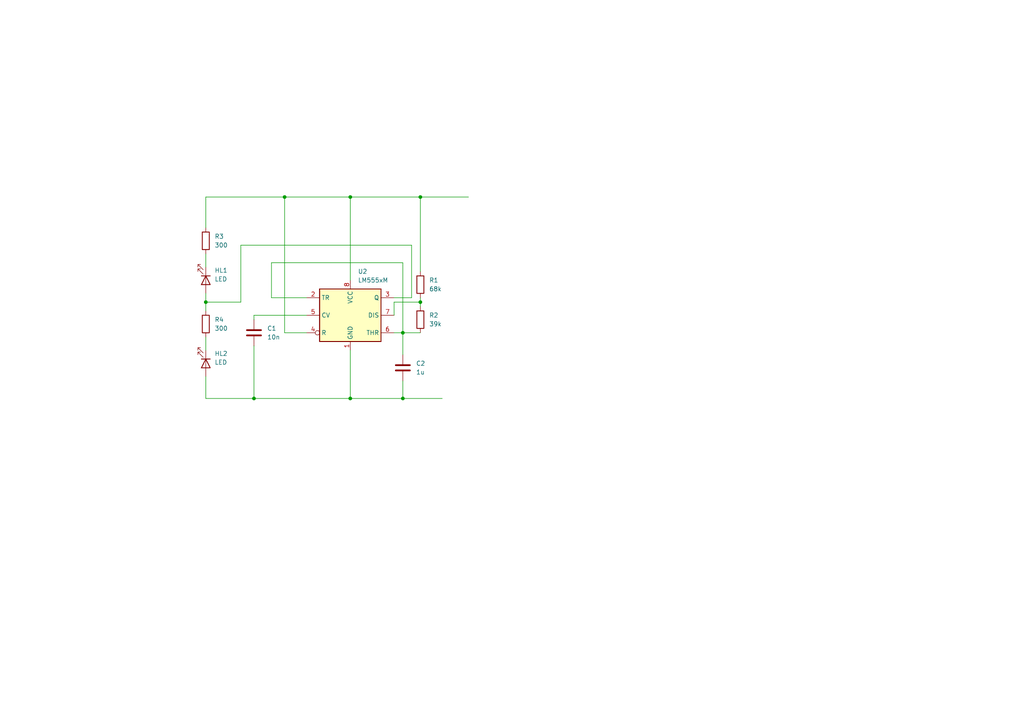
<source format=kicad_sch>
(kicad_sch
	(version 20231120)
	(generator "eeschema")
	(generator_version "8.0")
	(uuid "fb8b5384-8ba7-499b-a37a-1f1ed7e3c75d")
	(paper "A4")
	(title_block
		(title "Timer 555")
		(company "TUES")
	)
	(lib_symbols
		(symbol "Device:C"
			(pin_numbers hide)
			(pin_names
				(offset 0.254)
			)
			(exclude_from_sim no)
			(in_bom yes)
			(on_board yes)
			(property "Reference" "C"
				(at 0.635 2.54 0)
				(effects
					(font
						(size 1.27 1.27)
					)
					(justify left)
				)
			)
			(property "Value" "C"
				(at 0.635 -2.54 0)
				(effects
					(font
						(size 1.27 1.27)
					)
					(justify left)
				)
			)
			(property "Footprint" ""
				(at 0.9652 -3.81 0)
				(effects
					(font
						(size 1.27 1.27)
					)
					(hide yes)
				)
			)
			(property "Datasheet" "~"
				(at 0 0 0)
				(effects
					(font
						(size 1.27 1.27)
					)
					(hide yes)
				)
			)
			(property "Description" "Unpolarized capacitor"
				(at 0 0 0)
				(effects
					(font
						(size 1.27 1.27)
					)
					(hide yes)
				)
			)
			(property "ki_keywords" "cap capacitor"
				(at 0 0 0)
				(effects
					(font
						(size 1.27 1.27)
					)
					(hide yes)
				)
			)
			(property "ki_fp_filters" "C_*"
				(at 0 0 0)
				(effects
					(font
						(size 1.27 1.27)
					)
					(hide yes)
				)
			)
			(symbol "C_0_1"
				(polyline
					(pts
						(xy -2.032 -0.762) (xy 2.032 -0.762)
					)
					(stroke
						(width 0.508)
						(type default)
					)
					(fill
						(type none)
					)
				)
				(polyline
					(pts
						(xy -2.032 0.762) (xy 2.032 0.762)
					)
					(stroke
						(width 0.508)
						(type default)
					)
					(fill
						(type none)
					)
				)
			)
			(symbol "C_1_1"
				(pin passive line
					(at 0 3.81 270)
					(length 2.794)
					(name "~"
						(effects
							(font
								(size 1.27 1.27)
							)
						)
					)
					(number "1"
						(effects
							(font
								(size 1.27 1.27)
							)
						)
					)
				)
				(pin passive line
					(at 0 -3.81 90)
					(length 2.794)
					(name "~"
						(effects
							(font
								(size 1.27 1.27)
							)
						)
					)
					(number "2"
						(effects
							(font
								(size 1.27 1.27)
							)
						)
					)
				)
			)
		)
		(symbol "Device:LED"
			(pin_numbers hide)
			(pin_names
				(offset 1.016) hide)
			(exclude_from_sim no)
			(in_bom yes)
			(on_board yes)
			(property "Reference" "D"
				(at 0 2.54 0)
				(effects
					(font
						(size 1.27 1.27)
					)
				)
			)
			(property "Value" "LED"
				(at 0 -2.54 0)
				(effects
					(font
						(size 1.27 1.27)
					)
				)
			)
			(property "Footprint" ""
				(at 0 0 0)
				(effects
					(font
						(size 1.27 1.27)
					)
					(hide yes)
				)
			)
			(property "Datasheet" "~"
				(at 0 0 0)
				(effects
					(font
						(size 1.27 1.27)
					)
					(hide yes)
				)
			)
			(property "Description" "Light emitting diode"
				(at 0 0 0)
				(effects
					(font
						(size 1.27 1.27)
					)
					(hide yes)
				)
			)
			(property "ki_keywords" "LED diode"
				(at 0 0 0)
				(effects
					(font
						(size 1.27 1.27)
					)
					(hide yes)
				)
			)
			(property "ki_fp_filters" "LED* LED_SMD:* LED_THT:*"
				(at 0 0 0)
				(effects
					(font
						(size 1.27 1.27)
					)
					(hide yes)
				)
			)
			(symbol "LED_0_1"
				(polyline
					(pts
						(xy -1.27 -1.27) (xy -1.27 1.27)
					)
					(stroke
						(width 0.254)
						(type default)
					)
					(fill
						(type none)
					)
				)
				(polyline
					(pts
						(xy -1.27 0) (xy 1.27 0)
					)
					(stroke
						(width 0)
						(type default)
					)
					(fill
						(type none)
					)
				)
				(polyline
					(pts
						(xy 1.27 -1.27) (xy 1.27 1.27) (xy -1.27 0) (xy 1.27 -1.27)
					)
					(stroke
						(width 0.254)
						(type default)
					)
					(fill
						(type none)
					)
				)
				(polyline
					(pts
						(xy -3.048 -0.762) (xy -4.572 -2.286) (xy -3.81 -2.286) (xy -4.572 -2.286) (xy -4.572 -1.524)
					)
					(stroke
						(width 0)
						(type default)
					)
					(fill
						(type none)
					)
				)
				(polyline
					(pts
						(xy -1.778 -0.762) (xy -3.302 -2.286) (xy -2.54 -2.286) (xy -3.302 -2.286) (xy -3.302 -1.524)
					)
					(stroke
						(width 0)
						(type default)
					)
					(fill
						(type none)
					)
				)
			)
			(symbol "LED_1_1"
				(pin passive line
					(at -3.81 0 0)
					(length 2.54)
					(name "K"
						(effects
							(font
								(size 1.27 1.27)
							)
						)
					)
					(number "1"
						(effects
							(font
								(size 1.27 1.27)
							)
						)
					)
				)
				(pin passive line
					(at 3.81 0 180)
					(length 2.54)
					(name "A"
						(effects
							(font
								(size 1.27 1.27)
							)
						)
					)
					(number "2"
						(effects
							(font
								(size 1.27 1.27)
							)
						)
					)
				)
			)
		)
		(symbol "Device:R"
			(pin_numbers hide)
			(pin_names
				(offset 0)
			)
			(exclude_from_sim no)
			(in_bom yes)
			(on_board yes)
			(property "Reference" "R"
				(at 2.032 0 90)
				(effects
					(font
						(size 1.27 1.27)
					)
				)
			)
			(property "Value" "R"
				(at 0 0 90)
				(effects
					(font
						(size 1.27 1.27)
					)
				)
			)
			(property "Footprint" ""
				(at -1.778 0 90)
				(effects
					(font
						(size 1.27 1.27)
					)
					(hide yes)
				)
			)
			(property "Datasheet" "~"
				(at 0 0 0)
				(effects
					(font
						(size 1.27 1.27)
					)
					(hide yes)
				)
			)
			(property "Description" "Resistor"
				(at 0 0 0)
				(effects
					(font
						(size 1.27 1.27)
					)
					(hide yes)
				)
			)
			(property "ki_keywords" "R res resistor"
				(at 0 0 0)
				(effects
					(font
						(size 1.27 1.27)
					)
					(hide yes)
				)
			)
			(property "ki_fp_filters" "R_*"
				(at 0 0 0)
				(effects
					(font
						(size 1.27 1.27)
					)
					(hide yes)
				)
			)
			(symbol "R_0_1"
				(rectangle
					(start -1.016 -2.54)
					(end 1.016 2.54)
					(stroke
						(width 0.254)
						(type default)
					)
					(fill
						(type none)
					)
				)
			)
			(symbol "R_1_1"
				(pin passive line
					(at 0 3.81 270)
					(length 1.27)
					(name "~"
						(effects
							(font
								(size 1.27 1.27)
							)
						)
					)
					(number "1"
						(effects
							(font
								(size 1.27 1.27)
							)
						)
					)
				)
				(pin passive line
					(at 0 -3.81 90)
					(length 1.27)
					(name "~"
						(effects
							(font
								(size 1.27 1.27)
							)
						)
					)
					(number "2"
						(effects
							(font
								(size 1.27 1.27)
							)
						)
					)
				)
			)
		)
		(symbol "Timer:LM555xM"
			(exclude_from_sim no)
			(in_bom yes)
			(on_board yes)
			(property "Reference" "U"
				(at -10.16 8.89 0)
				(effects
					(font
						(size 1.27 1.27)
					)
					(justify left)
				)
			)
			(property "Value" "LM555xM"
				(at 2.54 8.89 0)
				(effects
					(font
						(size 1.27 1.27)
					)
					(justify left)
				)
			)
			(property "Footprint" "Package_SO:SOIC-8_3.9x4.9mm_P1.27mm"
				(at 21.59 -10.16 0)
				(effects
					(font
						(size 1.27 1.27)
					)
					(hide yes)
				)
			)
			(property "Datasheet" "http://www.ti.com/lit/ds/symlink/lm555.pdf"
				(at 21.59 -10.16 0)
				(effects
					(font
						(size 1.27 1.27)
					)
					(hide yes)
				)
			)
			(property "Description" "Timer, 555 compatible, SOIC-8"
				(at 0 0 0)
				(effects
					(font
						(size 1.27 1.27)
					)
					(hide yes)
				)
			)
			(property "ki_keywords" "single timer 555"
				(at 0 0 0)
				(effects
					(font
						(size 1.27 1.27)
					)
					(hide yes)
				)
			)
			(property "ki_fp_filters" "SOIC*3.9x4.9mm*P1.27mm*"
				(at 0 0 0)
				(effects
					(font
						(size 1.27 1.27)
					)
					(hide yes)
				)
			)
			(symbol "LM555xM_0_0"
				(pin power_in line
					(at 0 -10.16 90)
					(length 2.54)
					(name "GND"
						(effects
							(font
								(size 1.27 1.27)
							)
						)
					)
					(number "1"
						(effects
							(font
								(size 1.27 1.27)
							)
						)
					)
				)
				(pin power_in line
					(at 0 10.16 270)
					(length 2.54)
					(name "VCC"
						(effects
							(font
								(size 1.27 1.27)
							)
						)
					)
					(number "8"
						(effects
							(font
								(size 1.27 1.27)
							)
						)
					)
				)
			)
			(symbol "LM555xM_0_1"
				(rectangle
					(start -8.89 -7.62)
					(end 8.89 7.62)
					(stroke
						(width 0.254)
						(type default)
					)
					(fill
						(type background)
					)
				)
				(rectangle
					(start -8.89 -7.62)
					(end 8.89 7.62)
					(stroke
						(width 0.254)
						(type default)
					)
					(fill
						(type background)
					)
				)
			)
			(symbol "LM555xM_1_1"
				(pin input line
					(at -12.7 5.08 0)
					(length 3.81)
					(name "TR"
						(effects
							(font
								(size 1.27 1.27)
							)
						)
					)
					(number "2"
						(effects
							(font
								(size 1.27 1.27)
							)
						)
					)
				)
				(pin output line
					(at 12.7 5.08 180)
					(length 3.81)
					(name "Q"
						(effects
							(font
								(size 1.27 1.27)
							)
						)
					)
					(number "3"
						(effects
							(font
								(size 1.27 1.27)
							)
						)
					)
				)
				(pin input inverted
					(at -12.7 -5.08 0)
					(length 3.81)
					(name "R"
						(effects
							(font
								(size 1.27 1.27)
							)
						)
					)
					(number "4"
						(effects
							(font
								(size 1.27 1.27)
							)
						)
					)
				)
				(pin input line
					(at -12.7 0 0)
					(length 3.81)
					(name "CV"
						(effects
							(font
								(size 1.27 1.27)
							)
						)
					)
					(number "5"
						(effects
							(font
								(size 1.27 1.27)
							)
						)
					)
				)
				(pin input line
					(at 12.7 -5.08 180)
					(length 3.81)
					(name "THR"
						(effects
							(font
								(size 1.27 1.27)
							)
						)
					)
					(number "6"
						(effects
							(font
								(size 1.27 1.27)
							)
						)
					)
				)
				(pin input line
					(at 12.7 0 180)
					(length 3.81)
					(name "DIS"
						(effects
							(font
								(size 1.27 1.27)
							)
						)
					)
					(number "7"
						(effects
							(font
								(size 1.27 1.27)
							)
						)
					)
				)
			)
		)
	)
	(junction
		(at 116.84 115.57)
		(diameter 0)
		(color 0 0 0 0)
		(uuid "2465ad45-ec24-4506-9345-0e76f82badc6")
	)
	(junction
		(at 73.66 115.57)
		(diameter 0)
		(color 0 0 0 0)
		(uuid "29722cf1-4bdc-4e3e-b87b-71ae382f2c8c")
	)
	(junction
		(at 121.92 87.63)
		(diameter 0)
		(color 0 0 0 0)
		(uuid "4c0c5ffa-0b72-45cf-b99e-dc02c9d1f0dc")
	)
	(junction
		(at 101.6 115.57)
		(diameter 0)
		(color 0 0 0 0)
		(uuid "734a428f-e29f-465e-8643-1a5838860ce8")
	)
	(junction
		(at 59.69 87.63)
		(diameter 0)
		(color 0 0 0 0)
		(uuid "928997a5-6420-402f-8cbd-a6594cfe57e8")
	)
	(junction
		(at 101.6 57.15)
		(diameter 0)
		(color 0 0 0 0)
		(uuid "b2a1c955-3244-49e1-8483-afb82c162079")
	)
	(junction
		(at 121.92 57.15)
		(diameter 0)
		(color 0 0 0 0)
		(uuid "c1b94bff-5bf5-4caf-9e5d-459774c2a7de")
	)
	(junction
		(at 116.84 96.52)
		(diameter 0)
		(color 0 0 0 0)
		(uuid "c716c145-d64c-4a75-8ccf-c6bda11e4aed")
	)
	(junction
		(at 82.55 57.15)
		(diameter 0)
		(color 0 0 0 0)
		(uuid "db12e3ee-b78b-4fea-9c7a-4de5679e9e7f")
	)
	(wire
		(pts
			(xy 116.84 96.52) (xy 116.84 102.87)
		)
		(stroke
			(width 0)
			(type default)
		)
		(uuid "012e8317-562a-40e4-b3f5-390caa363860")
	)
	(wire
		(pts
			(xy 78.74 76.2) (xy 116.84 76.2)
		)
		(stroke
			(width 0)
			(type default)
		)
		(uuid "09072670-437e-4161-afc8-b2d61056d2f0")
	)
	(wire
		(pts
			(xy 101.6 115.57) (xy 73.66 115.57)
		)
		(stroke
			(width 0)
			(type default)
		)
		(uuid "0b2a12b7-3515-4f00-afd0-82bb4afd843c")
	)
	(wire
		(pts
			(xy 73.66 115.57) (xy 59.69 115.57)
		)
		(stroke
			(width 0)
			(type default)
		)
		(uuid "1303729a-9931-4d3a-a067-bd90711915e6")
	)
	(wire
		(pts
			(xy 116.84 96.52) (xy 121.92 96.52)
		)
		(stroke
			(width 0)
			(type default)
		)
		(uuid "133b7f51-cd97-4a6b-9046-23dc600f71fc")
	)
	(wire
		(pts
			(xy 73.66 91.44) (xy 73.66 92.71)
		)
		(stroke
			(width 0)
			(type default)
		)
		(uuid "134f5b2f-c3ac-44cf-b82d-e8a230615c2c")
	)
	(wire
		(pts
			(xy 88.9 96.52) (xy 82.55 96.52)
		)
		(stroke
			(width 0)
			(type default)
		)
		(uuid "1da94b9e-be52-4d06-b429-61e234245c45")
	)
	(wire
		(pts
			(xy 114.3 91.44) (xy 114.3 87.63)
		)
		(stroke
			(width 0)
			(type default)
		)
		(uuid "2eec5fcf-7771-4f20-8c0a-6da8dddba786")
	)
	(wire
		(pts
			(xy 59.69 87.63) (xy 59.69 85.09)
		)
		(stroke
			(width 0)
			(type default)
		)
		(uuid "33d31ac0-9d38-43ef-b811-ac05a60ab6d2")
	)
	(wire
		(pts
			(xy 116.84 110.49) (xy 116.84 115.57)
		)
		(stroke
			(width 0)
			(type default)
		)
		(uuid "3663bd42-307e-4659-a24b-93efd8cd1c64")
	)
	(wire
		(pts
			(xy 114.3 96.52) (xy 116.84 96.52)
		)
		(stroke
			(width 0)
			(type default)
		)
		(uuid "3cce1134-5413-4f94-ae57-935839de4d82")
	)
	(wire
		(pts
			(xy 119.38 71.12) (xy 69.85 71.12)
		)
		(stroke
			(width 0)
			(type default)
		)
		(uuid "3e10fd49-d08a-4bc4-a79d-4c8448a42696")
	)
	(wire
		(pts
			(xy 121.92 86.36) (xy 121.92 87.63)
		)
		(stroke
			(width 0)
			(type default)
		)
		(uuid "44a0f381-e54b-45d3-b256-25cf3f4bb9fc")
	)
	(wire
		(pts
			(xy 59.69 90.17) (xy 59.69 87.63)
		)
		(stroke
			(width 0)
			(type default)
		)
		(uuid "4ac5ff71-61c4-490b-91a7-f2cc1035c2af")
	)
	(wire
		(pts
			(xy 69.85 87.63) (xy 59.69 87.63)
		)
		(stroke
			(width 0)
			(type default)
		)
		(uuid "4b8ef5aa-a1cc-49cf-beac-85d9f9c75029")
	)
	(wire
		(pts
			(xy 78.74 86.36) (xy 78.74 76.2)
		)
		(stroke
			(width 0)
			(type default)
		)
		(uuid "52326d68-05bf-48f6-a833-4a2596f5e9ba")
	)
	(wire
		(pts
			(xy 88.9 86.36) (xy 78.74 86.36)
		)
		(stroke
			(width 0)
			(type default)
		)
		(uuid "5e37fec4-5bd3-4f85-9b62-c617239fff3d")
	)
	(wire
		(pts
			(xy 121.92 87.63) (xy 121.92 88.9)
		)
		(stroke
			(width 0)
			(type default)
		)
		(uuid "5e6ab872-e4ef-4f82-81f4-ed6c36decf1b")
	)
	(wire
		(pts
			(xy 69.85 71.12) (xy 69.85 87.63)
		)
		(stroke
			(width 0)
			(type default)
		)
		(uuid "6468c056-a60c-43a6-9fba-fdaf9c1e846e")
	)
	(wire
		(pts
			(xy 59.69 66.04) (xy 59.69 57.15)
		)
		(stroke
			(width 0)
			(type default)
		)
		(uuid "77996b9f-af41-46f0-8f50-58f9f0a167fd")
	)
	(wire
		(pts
			(xy 128.27 115.57) (xy 116.84 115.57)
		)
		(stroke
			(width 0)
			(type default)
		)
		(uuid "780d6fcf-01ec-4cf0-8a5d-950a3996b0f0")
	)
	(wire
		(pts
			(xy 88.9 91.44) (xy 73.66 91.44)
		)
		(stroke
			(width 0)
			(type default)
		)
		(uuid "7caed8df-b8a3-4e51-ad73-cb8fb92b7854")
	)
	(wire
		(pts
			(xy 101.6 57.15) (xy 101.6 81.28)
		)
		(stroke
			(width 0)
			(type default)
		)
		(uuid "927322af-7572-4492-b321-0f9486b695f8")
	)
	(wire
		(pts
			(xy 82.55 96.52) (xy 82.55 57.15)
		)
		(stroke
			(width 0)
			(type default)
		)
		(uuid "9336a79c-3f3c-446e-a554-788e318a3b12")
	)
	(wire
		(pts
			(xy 101.6 57.15) (xy 121.92 57.15)
		)
		(stroke
			(width 0)
			(type default)
		)
		(uuid "97da607a-4374-413c-b4a9-062f5f6ec323")
	)
	(wire
		(pts
			(xy 114.3 87.63) (xy 121.92 87.63)
		)
		(stroke
			(width 0)
			(type default)
		)
		(uuid "99790f43-df52-4c13-a34f-0bc7de29531b")
	)
	(wire
		(pts
			(xy 59.69 57.15) (xy 82.55 57.15)
		)
		(stroke
			(width 0)
			(type default)
		)
		(uuid "9a80bb01-e4b8-4b0b-9b02-a7e708f7e4f9")
	)
	(wire
		(pts
			(xy 82.55 57.15) (xy 101.6 57.15)
		)
		(stroke
			(width 0)
			(type default)
		)
		(uuid "a384d84e-8e0b-492f-9dd9-461259d0a0ec")
	)
	(wire
		(pts
			(xy 59.69 101.6) (xy 59.69 97.79)
		)
		(stroke
			(width 0)
			(type default)
		)
		(uuid "b49115dc-1f5a-41a1-bf43-b52e9dba457f")
	)
	(wire
		(pts
			(xy 116.84 76.2) (xy 116.84 96.52)
		)
		(stroke
			(width 0)
			(type default)
		)
		(uuid "b74a3e9b-e918-44f5-8a8f-7c123251ffb5")
	)
	(wire
		(pts
			(xy 121.92 57.15) (xy 121.92 78.74)
		)
		(stroke
			(width 0)
			(type default)
		)
		(uuid "b983bd35-05df-4aa1-81ad-6a93776524e5")
	)
	(wire
		(pts
			(xy 121.92 57.15) (xy 135.89 57.15)
		)
		(stroke
			(width 0)
			(type default)
		)
		(uuid "ba5fdaea-eb72-4d29-a3d0-b3542a3384fe")
	)
	(wire
		(pts
			(xy 114.3 86.36) (xy 119.38 86.36)
		)
		(stroke
			(width 0)
			(type default)
		)
		(uuid "bd3d4eac-3e6c-46da-a959-76c35fd12844")
	)
	(wire
		(pts
			(xy 73.66 100.33) (xy 73.66 115.57)
		)
		(stroke
			(width 0)
			(type default)
		)
		(uuid "d0d666e7-3a65-4222-9cf7-67943cc220d4")
	)
	(wire
		(pts
			(xy 59.69 77.47) (xy 59.69 73.66)
		)
		(stroke
			(width 0)
			(type default)
		)
		(uuid "d8d57f18-c81b-4fbd-902a-2b0bb4ea3045")
	)
	(wire
		(pts
			(xy 119.38 86.36) (xy 119.38 71.12)
		)
		(stroke
			(width 0)
			(type default)
		)
		(uuid "e5a4ccaa-ac23-4cde-8d1b-8936e8fbaade")
	)
	(wire
		(pts
			(xy 116.84 115.57) (xy 101.6 115.57)
		)
		(stroke
			(width 0)
			(type default)
		)
		(uuid "f9f2b98c-19e6-4f43-80c1-e71afa2df6a6")
	)
	(wire
		(pts
			(xy 101.6 101.6) (xy 101.6 115.57)
		)
		(stroke
			(width 0)
			(type default)
		)
		(uuid "fa40cede-5b95-4c90-8b21-4a6f07de1012")
	)
	(wire
		(pts
			(xy 59.69 115.57) (xy 59.69 109.22)
		)
		(stroke
			(width 0)
			(type default)
		)
		(uuid "fb3af60b-bbaa-489b-b24b-d323befef8a6")
	)
	(symbol
		(lib_id "Device:R")
		(at 59.69 93.98 0)
		(unit 1)
		(exclude_from_sim no)
		(in_bom yes)
		(on_board yes)
		(dnp no)
		(fields_autoplaced yes)
		(uuid "077d3e22-1ddd-4d47-bab0-9d9ea06f97db")
		(property "Reference" "R4"
			(at 62.23 92.7099 0)
			(effects
				(font
					(size 1.27 1.27)
				)
				(justify left)
			)
		)
		(property "Value" "300"
			(at 62.23 95.2499 0)
			(effects
				(font
					(size 1.27 1.27)
				)
				(justify left)
			)
		)
		(property "Footprint" ""
			(at 57.912 93.98 90)
			(effects
				(font
					(size 1.27 1.27)
				)
				(hide yes)
			)
		)
		(property "Datasheet" "~"
			(at 59.69 93.98 0)
			(effects
				(font
					(size 1.27 1.27)
				)
				(hide yes)
			)
		)
		(property "Description" "Resistor"
			(at 59.69 93.98 0)
			(effects
				(font
					(size 1.27 1.27)
				)
				(hide yes)
			)
		)
		(property "URL" "https://store.comet.bg/Catalogue/Product/36115/"
			(at 59.69 93.98 0)
			(effects
				(font
					(size 1.27 1.27)
				)
				(hide yes)
			)
		)
		(pin "2"
			(uuid "2593a39f-b14c-459a-b8b2-1333b0b9ef35")
		)
		(pin "1"
			(uuid "01ce68e2-49c9-406b-a548-8dec876c4c58")
		)
		(instances
			(project "11_b_nomer12"
				(path "/fb8b5384-8ba7-499b-a37a-1f1ed7e3c75d"
					(reference "R4")
					(unit 1)
				)
			)
		)
	)
	(symbol
		(lib_id "Device:R")
		(at 59.69 69.85 0)
		(unit 1)
		(exclude_from_sim no)
		(in_bom yes)
		(on_board yes)
		(dnp no)
		(fields_autoplaced yes)
		(uuid "0ef073ee-180c-4525-9e89-c5826f8ce0ad")
		(property "Reference" "R3"
			(at 62.23 68.5799 0)
			(effects
				(font
					(size 1.27 1.27)
				)
				(justify left)
			)
		)
		(property "Value" "300"
			(at 62.23 71.1199 0)
			(effects
				(font
					(size 1.27 1.27)
				)
				(justify left)
			)
		)
		(property "Footprint" ""
			(at 57.912 69.85 90)
			(effects
				(font
					(size 1.27 1.27)
				)
				(hide yes)
			)
		)
		(property "Datasheet" "~"
			(at 59.69 69.85 0)
			(effects
				(font
					(size 1.27 1.27)
				)
				(hide yes)
			)
		)
		(property "Description" "Resistor"
			(at 59.69 69.85 0)
			(effects
				(font
					(size 1.27 1.27)
				)
				(hide yes)
			)
		)
		(property "URL" "https://store.comet.bg/Catalogue/Product/36115/"
			(at 59.69 69.85 0)
			(effects
				(font
					(size 1.27 1.27)
				)
				(hide yes)
			)
		)
		(pin "2"
			(uuid "8a96df10-bd98-4d4c-9d7f-2342cf44502a")
		)
		(pin "1"
			(uuid "56d395a5-4eac-40d2-b852-984c3d65036d")
		)
		(instances
			(project ""
				(path "/fb8b5384-8ba7-499b-a37a-1f1ed7e3c75d"
					(reference "R3")
					(unit 1)
				)
			)
		)
	)
	(symbol
		(lib_id "Device:LED")
		(at 59.69 81.28 270)
		(unit 1)
		(exclude_from_sim no)
		(in_bom yes)
		(on_board yes)
		(dnp no)
		(fields_autoplaced yes)
		(uuid "2cc3372c-e713-4286-bdd7-cd984563782d")
		(property "Reference" "HL1"
			(at 62.23 78.4224 90)
			(effects
				(font
					(size 1.27 1.27)
				)
				(justify left)
			)
		)
		(property "Value" "LED"
			(at 62.23 80.9624 90)
			(effects
				(font
					(size 1.27 1.27)
				)
				(justify left)
			)
		)
		(property "Footprint" ""
			(at 59.69 81.28 0)
			(effects
				(font
					(size 1.27 1.27)
				)
				(hide yes)
			)
		)
		(property "Datasheet" "~"
			(at 59.69 81.28 0)
			(effects
				(font
					(size 1.27 1.27)
				)
				(hide yes)
			)
		)
		(property "Description" "Light emitting diode"
			(at 59.69 81.28 0)
			(effects
				(font
					(size 1.27 1.27)
				)
				(hide yes)
			)
		)
		(property "URL" "https://store.comet.bg/Catalogue/Product/50232/"
			(at 59.69 81.28 90)
			(effects
				(font
					(size 1.27 1.27)
				)
				(hide yes)
			)
		)
		(pin "2"
			(uuid "2f70e205-9a20-4967-be3e-7cdfa3e6e8ad")
		)
		(pin "1"
			(uuid "2f16e9c5-4e3f-408c-91a7-bc3beafd0b48")
		)
		(instances
			(project ""
				(path "/fb8b5384-8ba7-499b-a37a-1f1ed7e3c75d"
					(reference "HL1")
					(unit 1)
				)
			)
		)
	)
	(symbol
		(lib_id "Device:R")
		(at 121.92 82.55 0)
		(unit 1)
		(exclude_from_sim no)
		(in_bom yes)
		(on_board yes)
		(dnp no)
		(fields_autoplaced yes)
		(uuid "34a92c6e-954a-4ea8-96fb-26d8c28adc9e")
		(property "Reference" "R1"
			(at 124.46 81.2799 0)
			(effects
				(font
					(size 1.27 1.27)
				)
				(justify left)
			)
		)
		(property "Value" "68k"
			(at 124.46 83.8199 0)
			(effects
				(font
					(size 1.27 1.27)
				)
				(justify left)
			)
		)
		(property "Footprint" ""
			(at 120.142 82.55 90)
			(effects
				(font
					(size 1.27 1.27)
				)
				(hide yes)
			)
		)
		(property "Datasheet" "~"
			(at 121.92 82.55 0)
			(effects
				(font
					(size 1.27 1.27)
				)
				(hide yes)
			)
		)
		(property "Description" "Resistor"
			(at 121.92 82.55 0)
			(effects
				(font
					(size 1.27 1.27)
				)
				(hide yes)
			)
		)
		(property "URL" "https://store.comet.bg/Catalogue/Product/35153/"
			(at 121.92 82.55 0)
			(effects
				(font
					(size 1.27 1.27)
				)
				(hide yes)
			)
		)
		(pin "2"
			(uuid "0179712e-e6e5-4c45-9bab-6b8dbeb394a0")
		)
		(pin "1"
			(uuid "d31717ab-cdfe-4b84-b803-176577b4d398")
		)
		(instances
			(project ""
				(path "/fb8b5384-8ba7-499b-a37a-1f1ed7e3c75d"
					(reference "R1")
					(unit 1)
				)
			)
		)
	)
	(symbol
		(lib_id "Timer:LM555xM")
		(at 101.6 91.44 0)
		(unit 1)
		(exclude_from_sim no)
		(in_bom yes)
		(on_board yes)
		(dnp no)
		(fields_autoplaced yes)
		(uuid "47c2a2f3-74d6-449f-aaf8-11624579725a")
		(property "Reference" "U2"
			(at 103.7941 78.74 0)
			(effects
				(font
					(size 1.27 1.27)
				)
				(justify left)
			)
		)
		(property "Value" "LM555xM"
			(at 103.7941 81.28 0)
			(effects
				(font
					(size 1.27 1.27)
				)
				(justify left)
			)
		)
		(property "Footprint" "Package_SO:SOIC-8_3.9x4.9mm_P1.27mm"
			(at 123.19 101.6 0)
			(effects
				(font
					(size 1.27 1.27)
				)
				(hide yes)
			)
		)
		(property "Datasheet" "http://www.ti.com/lit/ds/symlink/lm555.pdf"
			(at 123.19 101.6 0)
			(effects
				(font
					(size 1.27 1.27)
				)
				(hide yes)
			)
		)
		(property "Description" "Timer, 555 compatible, SOIC-8"
			(at 101.6 91.44 0)
			(effects
				(font
					(size 1.27 1.27)
				)
				(hide yes)
			)
		)
		(pin "2"
			(uuid "546243ec-dda1-4300-b722-1b8e76dce362")
		)
		(pin "8"
			(uuid "d30109e7-1df6-442e-a532-c5353af7b2d9")
		)
		(pin "3"
			(uuid "8d3c5b06-8848-4fff-9534-d3d2c1d15b49")
		)
		(pin "1"
			(uuid "1db9768e-0360-48a5-8e89-acd7e5e408cd")
		)
		(pin "4"
			(uuid "54ccb67a-525d-4ff3-8c39-5bfee7939021")
		)
		(pin "6"
			(uuid "45238dd0-5e31-4382-919c-4079d1f58ef8")
		)
		(pin "5"
			(uuid "c928ddf0-aee3-4bc5-bb7d-ae9e7defef78")
		)
		(pin "7"
			(uuid "4051c4bb-7ed1-48b2-982a-c6323d13fe0e")
		)
		(instances
			(project ""
				(path "/fb8b5384-8ba7-499b-a37a-1f1ed7e3c75d"
					(reference "U2")
					(unit 1)
				)
			)
		)
	)
	(symbol
		(lib_id "Device:C")
		(at 73.66 96.52 0)
		(unit 1)
		(exclude_from_sim no)
		(in_bom yes)
		(on_board yes)
		(dnp no)
		(fields_autoplaced yes)
		(uuid "4a1cf04e-749b-4a44-9518-f2c3e5ce49da")
		(property "Reference" "C1"
			(at 77.47 95.2499 0)
			(effects
				(font
					(size 1.27 1.27)
				)
				(justify left)
			)
		)
		(property "Value" "10n"
			(at 77.47 97.7899 0)
			(effects
				(font
					(size 1.27 1.27)
				)
				(justify left)
			)
		)
		(property "Footprint" ""
			(at 74.6252 100.33 0)
			(effects
				(font
					(size 1.27 1.27)
				)
				(hide yes)
			)
		)
		(property "Datasheet" "~"
			(at 73.66 96.52 0)
			(effects
				(font
					(size 1.27 1.27)
				)
				(hide yes)
			)
		)
		(property "Description" "Unpolarized capacitor"
			(at 73.66 96.52 0)
			(effects
				(font
					(size 1.27 1.27)
				)
				(hide yes)
			)
		)
		(property "URL" "https://store.comet.bg/Catalogue/Product/18706/"
			(at 73.66 96.52 0)
			(effects
				(font
					(size 1.27 1.27)
				)
				(hide yes)
			)
		)
		(pin "1"
			(uuid "03768296-c9ff-4fd9-9f08-f4740d8bffdc")
		)
		(pin "2"
			(uuid "88ec93c7-a5bc-4ad5-90fc-dffb753e0ddd")
		)
		(instances
			(project "11_b_nomer12"
				(path "/fb8b5384-8ba7-499b-a37a-1f1ed7e3c75d"
					(reference "C1")
					(unit 1)
				)
			)
		)
	)
	(symbol
		(lib_id "Device:R")
		(at 121.92 92.71 0)
		(unit 1)
		(exclude_from_sim no)
		(in_bom yes)
		(on_board yes)
		(dnp no)
		(fields_autoplaced yes)
		(uuid "a863b39c-87f4-4b5a-a569-216e41310a6a")
		(property "Reference" "R2"
			(at 124.46 91.4399 0)
			(effects
				(font
					(size 1.27 1.27)
				)
				(justify left)
			)
		)
		(property "Value" "39k"
			(at 124.46 93.9799 0)
			(effects
				(font
					(size 1.27 1.27)
				)
				(justify left)
			)
		)
		(property "Footprint" ""
			(at 120.142 92.71 90)
			(effects
				(font
					(size 1.27 1.27)
				)
				(hide yes)
			)
		)
		(property "Datasheet" "~"
			(at 121.92 92.71 0)
			(effects
				(font
					(size 1.27 1.27)
				)
				(hide yes)
			)
		)
		(property "Description" "Resistor"
			(at 121.92 92.71 0)
			(effects
				(font
					(size 1.27 1.27)
				)
				(hide yes)
			)
		)
		(property "URL" "https://store.comet.bg/Catalogue/Product/35406/"
			(at 121.92 92.71 0)
			(effects
				(font
					(size 1.27 1.27)
				)
				(hide yes)
			)
		)
		(pin "2"
			(uuid "c4bc042a-29cf-4cf6-a0d8-cdf93bce0f5c")
		)
		(pin "1"
			(uuid "15f2769d-bcc8-4a00-aed0-0677c862b22a")
		)
		(instances
			(project ""
				(path "/fb8b5384-8ba7-499b-a37a-1f1ed7e3c75d"
					(reference "R2")
					(unit 1)
				)
			)
		)
	)
	(symbol
		(lib_id "Device:C")
		(at 116.84 106.68 0)
		(unit 1)
		(exclude_from_sim no)
		(in_bom yes)
		(on_board yes)
		(dnp no)
		(fields_autoplaced yes)
		(uuid "ac23a841-c11f-4c75-b413-acdb02531933")
		(property "Reference" "C2"
			(at 120.65 105.4099 0)
			(effects
				(font
					(size 1.27 1.27)
				)
				(justify left)
			)
		)
		(property "Value" "1u"
			(at 120.65 107.9499 0)
			(effects
				(font
					(size 1.27 1.27)
				)
				(justify left)
			)
		)
		(property "Footprint" ""
			(at 117.8052 110.49 0)
			(effects
				(font
					(size 1.27 1.27)
				)
				(hide yes)
			)
		)
		(property "Datasheet" "~"
			(at 116.84 106.68 0)
			(effects
				(font
					(size 1.27 1.27)
				)
				(hide yes)
			)
		)
		(property "Description" "Unpolarized capacitor"
			(at 116.84 106.68 0)
			(effects
				(font
					(size 1.27 1.27)
				)
				(hide yes)
			)
		)
		(property "URL" "https://store.comet.bg/Catalogue/Product/48940/"
			(at 116.84 106.68 0)
			(effects
				(font
					(size 1.27 1.27)
				)
				(hide yes)
			)
		)
		(pin "1"
			(uuid "09f49990-ba7c-48a1-9bdd-45e08db1be32")
		)
		(pin "2"
			(uuid "4aa05ea0-5870-440c-a802-657986e051e2")
		)
		(instances
			(project ""
				(path "/fb8b5384-8ba7-499b-a37a-1f1ed7e3c75d"
					(reference "C2")
					(unit 1)
				)
			)
		)
	)
	(symbol
		(lib_id "Device:LED")
		(at 59.69 105.41 270)
		(unit 1)
		(exclude_from_sim no)
		(in_bom yes)
		(on_board yes)
		(dnp no)
		(fields_autoplaced yes)
		(uuid "df84c0ba-9115-4d5e-accc-4cbb9b999e7b")
		(property "Reference" "HL2"
			(at 62.23 102.5524 90)
			(effects
				(font
					(size 1.27 1.27)
				)
				(justify left)
			)
		)
		(property "Value" "LED"
			(at 62.23 105.0924 90)
			(effects
				(font
					(size 1.27 1.27)
				)
				(justify left)
			)
		)
		(property "Footprint" ""
			(at 59.69 105.41 0)
			(effects
				(font
					(size 1.27 1.27)
				)
				(hide yes)
			)
		)
		(property "Datasheet" "~"
			(at 59.69 105.41 0)
			(effects
				(font
					(size 1.27 1.27)
				)
				(hide yes)
			)
		)
		(property "Description" "Light emitting diode"
			(at 59.69 105.41 0)
			(effects
				(font
					(size 1.27 1.27)
				)
				(hide yes)
			)
		)
		(property "URL" "https://store.comet.bg/Catalogue/Product/14082/"
			(at 59.69 105.41 90)
			(effects
				(font
					(size 1.27 1.27)
				)
				(hide yes)
			)
		)
		(pin "2"
			(uuid "266acc07-b421-4f81-a3fe-cbb1bda0a005")
		)
		(pin "1"
			(uuid "e1d972e2-75be-47e6-9d96-b99648a42e5b")
		)
		(instances
			(project "11_b_nomer12"
				(path "/fb8b5384-8ba7-499b-a37a-1f1ed7e3c75d"
					(reference "HL2")
					(unit 1)
				)
			)
		)
	)
	(sheet_instances
		(path "/"
			(page "1")
		)
	)
)

</source>
